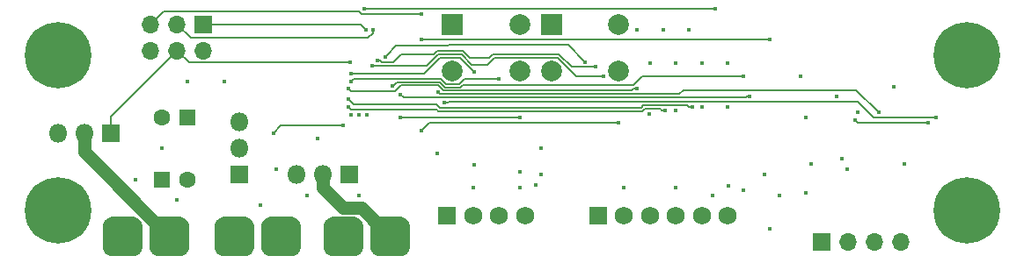
<source format=gbr>
G04 #@! TF.GenerationSoftware,KiCad,Pcbnew,(5.0.1-3-g963ef8bb5)*
G04 #@! TF.CreationDate,2020-07-12T22:57:35-05:00*
G04 #@! TF.ProjectId,SmartNerfBlaster,536D6172744E657266426C6173746572,v1*
G04 #@! TF.SameCoordinates,Original*
G04 #@! TF.FileFunction,Copper,L2,Inr,Signal*
G04 #@! TF.FilePolarity,Positive*
%FSLAX46Y46*%
G04 Gerber Fmt 4.6, Leading zero omitted, Abs format (unit mm)*
G04 Created by KiCad (PCBNEW (5.0.1-3-g963ef8bb5)) date Sunday, July 12, 2020 at 10:57:35 PM*
%MOMM*%
%LPD*%
G01*
G04 APERTURE LIST*
G04 #@! TA.AperFunction,Conductor*
%ADD10C,0.100000*%
G04 #@! TD*
G04 #@! TA.AperFunction,ViaPad*
%ADD11C,3.810000*%
G04 #@! TD*
G04 #@! TA.AperFunction,ViaPad*
%ADD12C,6.400000*%
G04 #@! TD*
G04 #@! TA.AperFunction,ViaPad*
%ADD13C,1.600000*%
G04 #@! TD*
G04 #@! TA.AperFunction,ViaPad*
%ADD14R,1.600000X1.600000*%
G04 #@! TD*
G04 #@! TA.AperFunction,ViaPad*
%ADD15C,1.750000*%
G04 #@! TD*
G04 #@! TA.AperFunction,ViaPad*
%ADD16R,1.750000X1.750000*%
G04 #@! TD*
G04 #@! TA.AperFunction,ViaPad*
%ADD17R,1.800000X1.800000*%
G04 #@! TD*
G04 #@! TA.AperFunction,ViaPad*
%ADD18O,1.800000X1.800000*%
G04 #@! TD*
G04 #@! TA.AperFunction,ViaPad*
%ADD19C,2.000000*%
G04 #@! TD*
G04 #@! TA.AperFunction,ViaPad*
%ADD20R,2.000000X2.000000*%
G04 #@! TD*
G04 #@! TA.AperFunction,ViaPad*
%ADD21O,1.700000X1.700000*%
G04 #@! TD*
G04 #@! TA.AperFunction,ViaPad*
%ADD22R,1.700000X1.700000*%
G04 #@! TD*
G04 #@! TA.AperFunction,ViaPad*
%ADD23C,0.450000*%
G04 #@! TD*
G04 #@! TA.AperFunction,Conductor*
%ADD24C,0.127000*%
G04 #@! TD*
G04 #@! TA.AperFunction,Conductor*
%ADD25C,1.270000*%
G04 #@! TD*
G04 APERTURE END LIST*
D10*
G04 #@! TO.N,/Pusher_Power*
G04 #@! TO.C,J4*
G36*
X153045861Y-90599587D02*
X153138324Y-90613302D01*
X153228996Y-90636014D01*
X153317006Y-90667505D01*
X153401505Y-90707470D01*
X153481681Y-90755525D01*
X153556760Y-90811208D01*
X153626019Y-90873981D01*
X153688792Y-90943240D01*
X153744475Y-91018319D01*
X153792530Y-91098495D01*
X153832495Y-91182994D01*
X153863986Y-91271004D01*
X153886698Y-91361676D01*
X153900413Y-91454139D01*
X153905000Y-91547500D01*
X153905000Y-93452500D01*
X153900413Y-93545861D01*
X153886698Y-93638324D01*
X153863986Y-93728996D01*
X153832495Y-93817006D01*
X153792530Y-93901505D01*
X153744475Y-93981681D01*
X153688792Y-94056760D01*
X153626019Y-94126019D01*
X153556760Y-94188792D01*
X153481681Y-94244475D01*
X153401505Y-94292530D01*
X153317006Y-94332495D01*
X153228996Y-94363986D01*
X153138324Y-94386698D01*
X153045861Y-94400413D01*
X152952500Y-94405000D01*
X151047500Y-94405000D01*
X150954139Y-94400413D01*
X150861676Y-94386698D01*
X150771004Y-94363986D01*
X150682994Y-94332495D01*
X150598495Y-94292530D01*
X150518319Y-94244475D01*
X150443240Y-94188792D01*
X150373981Y-94126019D01*
X150311208Y-94056760D01*
X150255525Y-93981681D01*
X150207470Y-93901505D01*
X150167505Y-93817006D01*
X150136014Y-93728996D01*
X150113302Y-93638324D01*
X150099587Y-93545861D01*
X150095000Y-93452500D01*
X150095000Y-91547500D01*
X150099587Y-91454139D01*
X150113302Y-91361676D01*
X150136014Y-91271004D01*
X150167505Y-91182994D01*
X150207470Y-91098495D01*
X150255525Y-91018319D01*
X150311208Y-90943240D01*
X150373981Y-90873981D01*
X150443240Y-90811208D01*
X150518319Y-90755525D01*
X150598495Y-90707470D01*
X150682994Y-90667505D01*
X150771004Y-90636014D01*
X150861676Y-90613302D01*
X150954139Y-90599587D01*
X151047500Y-90595000D01*
X152952500Y-90595000D01*
X153045861Y-90599587D01*
X153045861Y-90599587D01*
G37*
D11*
X152000000Y-92500000D03*
D10*
G04 #@! TO.N,+BATT*
G36*
X148545861Y-90599587D02*
X148638324Y-90613302D01*
X148728996Y-90636014D01*
X148817006Y-90667505D01*
X148901505Y-90707470D01*
X148981681Y-90755525D01*
X149056760Y-90811208D01*
X149126019Y-90873981D01*
X149188792Y-90943240D01*
X149244475Y-91018319D01*
X149292530Y-91098495D01*
X149332495Y-91182994D01*
X149363986Y-91271004D01*
X149386698Y-91361676D01*
X149400413Y-91454139D01*
X149405000Y-91547500D01*
X149405000Y-93452500D01*
X149400413Y-93545861D01*
X149386698Y-93638324D01*
X149363986Y-93728996D01*
X149332495Y-93817006D01*
X149292530Y-93901505D01*
X149244475Y-93981681D01*
X149188792Y-94056760D01*
X149126019Y-94126019D01*
X149056760Y-94188792D01*
X148981681Y-94244475D01*
X148901505Y-94292530D01*
X148817006Y-94332495D01*
X148728996Y-94363986D01*
X148638324Y-94386698D01*
X148545861Y-94400413D01*
X148452500Y-94405000D01*
X146547500Y-94405000D01*
X146454139Y-94400413D01*
X146361676Y-94386698D01*
X146271004Y-94363986D01*
X146182994Y-94332495D01*
X146098495Y-94292530D01*
X146018319Y-94244475D01*
X145943240Y-94188792D01*
X145873981Y-94126019D01*
X145811208Y-94056760D01*
X145755525Y-93981681D01*
X145707470Y-93901505D01*
X145667505Y-93817006D01*
X145636014Y-93728996D01*
X145613302Y-93638324D01*
X145599587Y-93545861D01*
X145595000Y-93452500D01*
X145595000Y-91547500D01*
X145599587Y-91454139D01*
X145613302Y-91361676D01*
X145636014Y-91271004D01*
X145667505Y-91182994D01*
X145707470Y-91098495D01*
X145755525Y-91018319D01*
X145811208Y-90943240D01*
X145873981Y-90873981D01*
X145943240Y-90811208D01*
X146018319Y-90755525D01*
X146098495Y-90707470D01*
X146182994Y-90667505D01*
X146271004Y-90636014D01*
X146361676Y-90613302D01*
X146454139Y-90599587D01*
X146547500Y-90595000D01*
X148452500Y-90595000D01*
X148545861Y-90599587D01*
X148545861Y-90599587D01*
G37*
D11*
X147500000Y-92500000D03*
G04 #@! TD*
D10*
G04 #@! TO.N,GND*
G04 #@! TO.C,J1*
G36*
X142545861Y-90599587D02*
X142638324Y-90613302D01*
X142728996Y-90636014D01*
X142817006Y-90667505D01*
X142901505Y-90707470D01*
X142981681Y-90755525D01*
X143056760Y-90811208D01*
X143126019Y-90873981D01*
X143188792Y-90943240D01*
X143244475Y-91018319D01*
X143292530Y-91098495D01*
X143332495Y-91182994D01*
X143363986Y-91271004D01*
X143386698Y-91361676D01*
X143400413Y-91454139D01*
X143405000Y-91547500D01*
X143405000Y-93452500D01*
X143400413Y-93545861D01*
X143386698Y-93638324D01*
X143363986Y-93728996D01*
X143332495Y-93817006D01*
X143292530Y-93901505D01*
X143244475Y-93981681D01*
X143188792Y-94056760D01*
X143126019Y-94126019D01*
X143056760Y-94188792D01*
X142981681Y-94244475D01*
X142901505Y-94292530D01*
X142817006Y-94332495D01*
X142728996Y-94363986D01*
X142638324Y-94386698D01*
X142545861Y-94400413D01*
X142452500Y-94405000D01*
X140547500Y-94405000D01*
X140454139Y-94400413D01*
X140361676Y-94386698D01*
X140271004Y-94363986D01*
X140182994Y-94332495D01*
X140098495Y-94292530D01*
X140018319Y-94244475D01*
X139943240Y-94188792D01*
X139873981Y-94126019D01*
X139811208Y-94056760D01*
X139755525Y-93981681D01*
X139707470Y-93901505D01*
X139667505Y-93817006D01*
X139636014Y-93728996D01*
X139613302Y-93638324D01*
X139599587Y-93545861D01*
X139595000Y-93452500D01*
X139595000Y-91547500D01*
X139599587Y-91454139D01*
X139613302Y-91361676D01*
X139636014Y-91271004D01*
X139667505Y-91182994D01*
X139707470Y-91098495D01*
X139755525Y-91018319D01*
X139811208Y-90943240D01*
X139873981Y-90873981D01*
X139943240Y-90811208D01*
X140018319Y-90755525D01*
X140098495Y-90707470D01*
X140182994Y-90667505D01*
X140271004Y-90636014D01*
X140361676Y-90613302D01*
X140454139Y-90599587D01*
X140547500Y-90595000D01*
X142452500Y-90595000D01*
X142545861Y-90599587D01*
X142545861Y-90599587D01*
G37*
D11*
X141500000Y-92500000D03*
D10*
G04 #@! TO.N,+BATT*
G36*
X138045861Y-90599587D02*
X138138324Y-90613302D01*
X138228996Y-90636014D01*
X138317006Y-90667505D01*
X138401505Y-90707470D01*
X138481681Y-90755525D01*
X138556760Y-90811208D01*
X138626019Y-90873981D01*
X138688792Y-90943240D01*
X138744475Y-91018319D01*
X138792530Y-91098495D01*
X138832495Y-91182994D01*
X138863986Y-91271004D01*
X138886698Y-91361676D01*
X138900413Y-91454139D01*
X138905000Y-91547500D01*
X138905000Y-93452500D01*
X138900413Y-93545861D01*
X138886698Y-93638324D01*
X138863986Y-93728996D01*
X138832495Y-93817006D01*
X138792530Y-93901505D01*
X138744475Y-93981681D01*
X138688792Y-94056760D01*
X138626019Y-94126019D01*
X138556760Y-94188792D01*
X138481681Y-94244475D01*
X138401505Y-94292530D01*
X138317006Y-94332495D01*
X138228996Y-94363986D01*
X138138324Y-94386698D01*
X138045861Y-94400413D01*
X137952500Y-94405000D01*
X136047500Y-94405000D01*
X135954139Y-94400413D01*
X135861676Y-94386698D01*
X135771004Y-94363986D01*
X135682994Y-94332495D01*
X135598495Y-94292530D01*
X135518319Y-94244475D01*
X135443240Y-94188792D01*
X135373981Y-94126019D01*
X135311208Y-94056760D01*
X135255525Y-93981681D01*
X135207470Y-93901505D01*
X135167505Y-93817006D01*
X135136014Y-93728996D01*
X135113302Y-93638324D01*
X135099587Y-93545861D01*
X135095000Y-93452500D01*
X135095000Y-91547500D01*
X135099587Y-91454139D01*
X135113302Y-91361676D01*
X135136014Y-91271004D01*
X135167505Y-91182994D01*
X135207470Y-91098495D01*
X135255525Y-91018319D01*
X135311208Y-90943240D01*
X135373981Y-90873981D01*
X135443240Y-90811208D01*
X135518319Y-90755525D01*
X135598495Y-90707470D01*
X135682994Y-90667505D01*
X135771004Y-90636014D01*
X135861676Y-90613302D01*
X135954139Y-90599587D01*
X136047500Y-90595000D01*
X137952500Y-90595000D01*
X138045861Y-90599587D01*
X138045861Y-90599587D01*
G37*
D11*
X137000000Y-92500000D03*
G04 #@! TD*
D10*
G04 #@! TO.N,/Flywheel_Power*
G04 #@! TO.C,J5*
G36*
X131795861Y-90599587D02*
X131888324Y-90613302D01*
X131978996Y-90636014D01*
X132067006Y-90667505D01*
X132151505Y-90707470D01*
X132231681Y-90755525D01*
X132306760Y-90811208D01*
X132376019Y-90873981D01*
X132438792Y-90943240D01*
X132494475Y-91018319D01*
X132542530Y-91098495D01*
X132582495Y-91182994D01*
X132613986Y-91271004D01*
X132636698Y-91361676D01*
X132650413Y-91454139D01*
X132655000Y-91547500D01*
X132655000Y-93452500D01*
X132650413Y-93545861D01*
X132636698Y-93638324D01*
X132613986Y-93728996D01*
X132582495Y-93817006D01*
X132542530Y-93901505D01*
X132494475Y-93981681D01*
X132438792Y-94056760D01*
X132376019Y-94126019D01*
X132306760Y-94188792D01*
X132231681Y-94244475D01*
X132151505Y-94292530D01*
X132067006Y-94332495D01*
X131978996Y-94363986D01*
X131888324Y-94386698D01*
X131795861Y-94400413D01*
X131702500Y-94405000D01*
X129797500Y-94405000D01*
X129704139Y-94400413D01*
X129611676Y-94386698D01*
X129521004Y-94363986D01*
X129432994Y-94332495D01*
X129348495Y-94292530D01*
X129268319Y-94244475D01*
X129193240Y-94188792D01*
X129123981Y-94126019D01*
X129061208Y-94056760D01*
X129005525Y-93981681D01*
X128957470Y-93901505D01*
X128917505Y-93817006D01*
X128886014Y-93728996D01*
X128863302Y-93638324D01*
X128849587Y-93545861D01*
X128845000Y-93452500D01*
X128845000Y-91547500D01*
X128849587Y-91454139D01*
X128863302Y-91361676D01*
X128886014Y-91271004D01*
X128917505Y-91182994D01*
X128957470Y-91098495D01*
X129005525Y-91018319D01*
X129061208Y-90943240D01*
X129123981Y-90873981D01*
X129193240Y-90811208D01*
X129268319Y-90755525D01*
X129348495Y-90707470D01*
X129432994Y-90667505D01*
X129521004Y-90636014D01*
X129611676Y-90613302D01*
X129704139Y-90599587D01*
X129797500Y-90595000D01*
X131702500Y-90595000D01*
X131795861Y-90599587D01*
X131795861Y-90599587D01*
G37*
D11*
X130750000Y-92500000D03*
D10*
G04 #@! TO.N,+BATT*
G36*
X127295861Y-90599587D02*
X127388324Y-90613302D01*
X127478996Y-90636014D01*
X127567006Y-90667505D01*
X127651505Y-90707470D01*
X127731681Y-90755525D01*
X127806760Y-90811208D01*
X127876019Y-90873981D01*
X127938792Y-90943240D01*
X127994475Y-91018319D01*
X128042530Y-91098495D01*
X128082495Y-91182994D01*
X128113986Y-91271004D01*
X128136698Y-91361676D01*
X128150413Y-91454139D01*
X128155000Y-91547500D01*
X128155000Y-93452500D01*
X128150413Y-93545861D01*
X128136698Y-93638324D01*
X128113986Y-93728996D01*
X128082495Y-93817006D01*
X128042530Y-93901505D01*
X127994475Y-93981681D01*
X127938792Y-94056760D01*
X127876019Y-94126019D01*
X127806760Y-94188792D01*
X127731681Y-94244475D01*
X127651505Y-94292530D01*
X127567006Y-94332495D01*
X127478996Y-94363986D01*
X127388324Y-94386698D01*
X127295861Y-94400413D01*
X127202500Y-94405000D01*
X125297500Y-94405000D01*
X125204139Y-94400413D01*
X125111676Y-94386698D01*
X125021004Y-94363986D01*
X124932994Y-94332495D01*
X124848495Y-94292530D01*
X124768319Y-94244475D01*
X124693240Y-94188792D01*
X124623981Y-94126019D01*
X124561208Y-94056760D01*
X124505525Y-93981681D01*
X124457470Y-93901505D01*
X124417505Y-93817006D01*
X124386014Y-93728996D01*
X124363302Y-93638324D01*
X124349587Y-93545861D01*
X124345000Y-93452500D01*
X124345000Y-91547500D01*
X124349587Y-91454139D01*
X124363302Y-91361676D01*
X124386014Y-91271004D01*
X124417505Y-91182994D01*
X124457470Y-91098495D01*
X124505525Y-91018319D01*
X124561208Y-90943240D01*
X124623981Y-90873981D01*
X124693240Y-90811208D01*
X124768319Y-90755525D01*
X124848495Y-90707470D01*
X124932994Y-90667505D01*
X125021004Y-90636014D01*
X125111676Y-90613302D01*
X125204139Y-90599587D01*
X125297500Y-90595000D01*
X127202500Y-90595000D01*
X127295861Y-90599587D01*
X127295861Y-90599587D01*
G37*
D11*
X126250000Y-92500000D03*
G04 #@! TD*
D12*
G04 #@! TO.N,GND*
G04 #@! TO.C,H1*
X120000000Y-75000000D03*
G04 #@! TD*
D13*
G04 #@! TO.N,GND*
G04 #@! TO.C,C1*
X132500000Y-87000000D03*
D14*
G04 #@! TO.N,+BATT*
X130000000Y-87000000D03*
G04 #@! TD*
G04 #@! TO.N,+5V*
G04 #@! TO.C,C2*
X132500000Y-81000000D03*
D13*
G04 #@! TO.N,GND*
X130000000Y-81000000D03*
G04 #@! TD*
D15*
G04 #@! TO.N,/Pusher_Reset*
G04 #@! TO.C,J2*
X184500000Y-90500000D03*
G04 #@! TO.N,GND*
X182000000Y-90500000D03*
G04 #@! TO.N,/Flywheel_Button*
X179500000Y-90500000D03*
G04 #@! TO.N,GND*
X177000000Y-90500000D03*
G04 #@! TO.N,/Trigger*
X174500000Y-90500000D03*
D16*
G04 #@! TO.N,GND*
X172000000Y-90500000D03*
G04 #@! TD*
D15*
G04 #@! TO.N,/Magazine*
G04 #@! TO.C,J3*
X165000000Y-90500000D03*
G04 #@! TO.N,GND*
X162500000Y-90500000D03*
G04 #@! TO.N,/Door*
X160000000Y-90500000D03*
D16*
G04 #@! TO.N,GND*
X157500000Y-90500000D03*
G04 #@! TD*
D17*
G04 #@! TO.N,/Pusher*
G04 #@! TO.C,Q1*
X148040000Y-86500000D03*
D18*
G04 #@! TO.N,/Pusher_Power*
X145500000Y-86500000D03*
G04 #@! TO.N,GND*
X142960000Y-86500000D03*
G04 #@! TD*
G04 #@! TO.N,GND*
G04 #@! TO.C,Q2*
X120000000Y-82500000D03*
G04 #@! TO.N,/Flywheel_Power*
X122540000Y-82500000D03*
D17*
G04 #@! TO.N,/Flywheel*
X125080000Y-82500000D03*
G04 #@! TD*
D18*
G04 #@! TO.N,+5V*
G04 #@! TO.C,U1*
X137500000Y-81460000D03*
G04 #@! TO.N,GND*
X137500000Y-84000000D03*
D17*
G04 #@! TO.N,+BATT*
X137500000Y-86540000D03*
G04 #@! TD*
D19*
G04 #@! TO.N,/Fire_Select*
G04 #@! TO.C,SW1*
X164500000Y-76500000D03*
G04 #@! TO.N,Net-(R12-Pad2)*
X158000000Y-76500000D03*
G04 #@! TO.N,GND*
X164500000Y-72000000D03*
D20*
X158000000Y-72000000D03*
G04 #@! TD*
G04 #@! TO.N,GND*
G04 #@! TO.C,SW2*
X167500000Y-72000000D03*
D19*
X174000000Y-72000000D03*
G04 #@! TO.N,Net-(R13-Pad2)*
X167500000Y-76500000D03*
G04 #@! TO.N,/Safety_Select*
X174000000Y-76500000D03*
G04 #@! TD*
D21*
G04 #@! TO.N,GND*
G04 #@! TO.C,J6*
X128960000Y-74540000D03*
G04 #@! TO.N,/Reset*
X128960000Y-72000000D03*
G04 #@! TO.N,/Flywheel*
X131500000Y-74540000D03*
G04 #@! TO.N,Net-(J6-Pad3)*
X131500000Y-72000000D03*
G04 #@! TO.N,+5V*
X134040000Y-74540000D03*
D22*
G04 #@! TO.N,/LED4*
X134040000Y-72000000D03*
G04 #@! TD*
D12*
G04 #@! TO.N,GND*
G04 #@! TO.C,H2*
X207500000Y-75000000D03*
G04 #@! TD*
G04 #@! TO.N,GND*
G04 #@! TO.C,H3*
X120000000Y-90000000D03*
G04 #@! TD*
G04 #@! TO.N,GND*
G04 #@! TO.C,H4*
X207500000Y-90000000D03*
G04 #@! TD*
D21*
G04 #@! TO.N,/SDA*
G04 #@! TO.C,J8*
X201120000Y-93000000D03*
G04 #@! TO.N,/SCL*
X198580000Y-93000000D03*
G04 #@! TO.N,GND*
X196040000Y-93000000D03*
D22*
G04 #@! TO.N,+5V*
X193500000Y-93000000D03*
G04 #@! TD*
D23*
G04 #@! TO.N,GND*
X192500000Y-85500000D03*
X196000000Y-86000000D03*
X183000000Y-88500000D03*
X186000000Y-88000000D03*
X166500000Y-84000000D03*
X166000000Y-87500000D03*
X141000000Y-86000000D03*
X145000000Y-83000000D03*
X136000000Y-77500000D03*
X132500000Y-77500000D03*
X131500000Y-89000000D03*
X127500000Y-87000000D03*
X139500000Y-89500000D03*
X144000000Y-88500000D03*
X149000000Y-88500000D03*
X130000000Y-84000000D03*
X197000000Y-80500000D03*
X200500000Y-78000000D03*
X195000000Y-79000000D03*
X192000000Y-81000000D03*
X189500000Y-88500000D03*
X188000000Y-86500000D03*
X201500000Y-85500000D03*
X195500000Y-85000000D03*
G04 #@! TO.N,/Pusher_Reset*
X172500000Y-77000000D03*
X150250000Y-76000000D03*
X184560418Y-87650152D03*
G04 #@! TO.N,/Flywheel_Button*
X179500000Y-87750000D03*
X171750000Y-76119982D03*
X150750000Y-75511490D03*
G04 #@! TO.N,/Trigger*
X174500000Y-87750000D03*
X170750000Y-75631472D03*
X151500000Y-75184479D03*
G04 #@! TO.N,/Magazine*
X164500000Y-87750000D03*
X162500000Y-77250000D03*
X148250000Y-77500000D03*
X164500000Y-86221010D03*
G04 #@! TO.N,/Door*
X160000000Y-87750000D03*
X148250000Y-76750000D03*
X160069936Y-85569936D03*
X160069936Y-76569936D03*
G04 #@! TO.N,/Reset*
X188500000Y-91750000D03*
X155000000Y-73500000D03*
X188500000Y-73500000D03*
X155000000Y-70988510D03*
G04 #@! TO.N,/Flywheel*
X148153501Y-75653501D03*
X148250000Y-80750000D03*
G04 #@! TO.N,Net-(J6-Pad3)*
X149750000Y-80750000D03*
X150329021Y-72525000D03*
G04 #@! TO.N,/Pusher*
X147500000Y-81750000D03*
X140750000Y-82500000D03*
G04 #@! TO.N,/LED1*
X180750000Y-72500000D03*
X148000000Y-79250000D03*
X181066919Y-79988510D03*
G04 #@! TO.N,Net-(D1-Pad1)*
X182000000Y-80000000D03*
X182000000Y-75750000D03*
G04 #@! TO.N,Net-(D2-Pad1)*
X179500000Y-75750000D03*
X179500000Y-80315521D03*
G04 #@! TO.N,/LED2*
X178250000Y-72500000D03*
X148000000Y-80000000D03*
X178476049Y-80315521D03*
G04 #@! TO.N,/LED3*
X175750000Y-72500000D03*
X175750000Y-78250000D03*
X148000000Y-78250000D03*
G04 #@! TO.N,Net-(D3-Pad1)*
X177000000Y-75750000D03*
X176959308Y-80642532D03*
G04 #@! TO.N,Net-(R12-Pad2)*
X156500000Y-84500000D03*
G04 #@! TO.N,Net-(R13-Pad2)*
X166500000Y-86500000D03*
G04 #@! TO.N,/Fire_Select*
X164500000Y-81000000D03*
X153000000Y-81000000D03*
G04 #@! TO.N,/Safety_Select*
X174000000Y-81500000D03*
X155000000Y-82250000D03*
G04 #@! TO.N,Net-(C8-Pad1)*
X196750000Y-81250000D03*
X203750000Y-81488510D03*
G04 #@! TO.N,/LED4*
X149000000Y-80750000D03*
X183250000Y-70500000D03*
X149500000Y-70500000D03*
X149679010Y-72524995D03*
G04 #@! TO.N,Net-(D4-Pad1)*
X184500000Y-80000000D03*
X184500000Y-75750000D03*
G04 #@! TO.N,/SDA*
X157250000Y-79560055D03*
X204500000Y-81000000D03*
G04 #@! TO.N,/SCL*
X199000000Y-80500000D03*
X156575643Y-78561409D03*
G04 #@! TO.N,/RX*
X153005881Y-78763528D03*
X186596845Y-79011490D03*
G04 #@! TO.N,/TX*
X186000000Y-77000000D03*
X152250000Y-77988510D03*
G04 #@! TO.N,Net-(R15-Pad2)*
X192000000Y-88250000D03*
X191500000Y-77000000D03*
G04 #@! TD*
D24*
G04 #@! TO.N,/Pusher_Reset*
X158871951Y-74909488D02*
X156628049Y-74909488D01*
X150568198Y-76000000D02*
X150250000Y-76000000D01*
X172500000Y-77000000D02*
X169869982Y-77000000D01*
X169869982Y-77000000D02*
X168106481Y-75236499D01*
X168106481Y-75236499D02*
X162013501Y-75236499D01*
X162013501Y-75236499D02*
X161356481Y-75893519D01*
X161356481Y-75893519D02*
X159855981Y-75893519D01*
X155537537Y-76000000D02*
X150568198Y-76000000D01*
X159855981Y-75893519D02*
X158871951Y-74909488D01*
X156628049Y-74909488D02*
X155537537Y-76000000D01*
G04 #@! TO.N,/Flywheel_Button*
X161551039Y-75236499D02*
X159661423Y-75236499D01*
X171750000Y-76119982D02*
X169452427Y-76119982D01*
X151068198Y-75511490D02*
X150750000Y-75511490D01*
X159661423Y-75236499D02*
X159007403Y-74582477D01*
X151229697Y-75672989D02*
X151068198Y-75511490D01*
X168241933Y-74909488D02*
X161878049Y-74909488D01*
X161878049Y-74909488D02*
X161551039Y-75236499D01*
X159007403Y-74582477D02*
X156492596Y-74582478D01*
X156492596Y-74582478D02*
X156165587Y-74909488D01*
X156165587Y-74909488D02*
X153090512Y-74909488D01*
X153090512Y-74909488D02*
X152327011Y-75672989D01*
X169452427Y-76119982D02*
X168241933Y-74909488D01*
X152327011Y-75672989D02*
X151229697Y-75672989D01*
G04 #@! TO.N,/Trigger*
X152588500Y-74095979D02*
X151724999Y-74959480D01*
X157593644Y-74018967D02*
X157516632Y-74095979D01*
X170750000Y-75631472D02*
X169137496Y-74018968D01*
X169137496Y-74018968D02*
X157593644Y-74018967D01*
X151724999Y-74959480D02*
X151500000Y-75184479D01*
X157516632Y-74095979D02*
X152588500Y-74095979D01*
G04 #@! TO.N,/Magazine*
X156887495Y-77257477D02*
X148492523Y-77257477D01*
X162500000Y-77250000D02*
X159119982Y-77250000D01*
X157393519Y-77763501D02*
X156887495Y-77257477D01*
X148474999Y-77275001D02*
X148250000Y-77500000D01*
X158606481Y-77763501D02*
X157393519Y-77763501D01*
X159119982Y-77250000D02*
X158606481Y-77763501D01*
X148492523Y-77257477D02*
X148474999Y-77275001D01*
G04 #@! TO.N,/Door*
X160069936Y-76569936D02*
X158736499Y-75236499D01*
X158736499Y-75236499D02*
X156763501Y-75236499D01*
X155250000Y-76750000D02*
X148250000Y-76750000D01*
X156763501Y-75236499D02*
X155250000Y-76750000D01*
D25*
G04 #@! TO.N,/Pusher_Power*
X145500000Y-87772792D02*
X145500000Y-86500000D01*
X147487198Y-89759990D02*
X145500000Y-87772792D01*
X149259990Y-89759990D02*
X147487198Y-89759990D01*
X152000000Y-92500000D02*
X149259990Y-89759990D01*
G04 #@! TO.N,/Flywheel_Power*
X122540000Y-84290000D02*
X130750000Y-92500000D01*
X122540000Y-82500000D02*
X122540000Y-84290000D01*
D24*
G04 #@! TO.N,/Reset*
X188500000Y-73500000D02*
X155000000Y-73500000D01*
X130210000Y-70750000D02*
X149027016Y-70750000D01*
X149027016Y-70750000D02*
X149265526Y-70988510D01*
X128960000Y-72000000D02*
X130210000Y-70750000D01*
X154681802Y-70988510D02*
X155000000Y-70988510D01*
X149265526Y-70988510D02*
X154681802Y-70988510D01*
G04 #@! TO.N,/Flywheel*
X125080000Y-80960000D02*
X131500000Y-74540000D01*
X125080000Y-82500000D02*
X125080000Y-80960000D01*
X132613501Y-75653501D02*
X148153501Y-75653501D01*
X131500000Y-74540000D02*
X132613501Y-75653501D01*
G04 #@! TO.N,Net-(J6-Pad3)*
X132840521Y-73340521D02*
X149831698Y-73340521D01*
X131500000Y-72000000D02*
X132840521Y-73340521D01*
X149831698Y-73340521D02*
X150329021Y-72843198D01*
X150329021Y-72843198D02*
X150329021Y-72525000D01*
G04 #@! TO.N,/Pusher*
X147500000Y-81750000D02*
X141500000Y-81750000D01*
X141500000Y-81750000D02*
X140750000Y-82500000D01*
G04 #@! TO.N,/LED1*
X176385452Y-79827011D02*
X180587222Y-79827011D01*
X176163907Y-80048556D02*
X176385452Y-79827011D01*
X156449994Y-79721545D02*
X156777005Y-80048556D01*
X180748721Y-79988510D02*
X181066919Y-79988510D01*
X156777005Y-80048556D02*
X176163907Y-80048556D01*
X148000000Y-79250000D02*
X148471545Y-79721545D01*
X148471545Y-79721545D02*
X156449994Y-79721545D01*
X180587222Y-79827011D02*
X180748721Y-79988510D01*
G04 #@! TO.N,/LED2*
X156490985Y-80224999D02*
X156641553Y-80375567D01*
X148224999Y-80224999D02*
X156490985Y-80224999D01*
X178157851Y-80315521D02*
X178476049Y-80315521D01*
X176299359Y-80375567D02*
X176520904Y-80154022D01*
X176520904Y-80154022D02*
X177996352Y-80154022D01*
X177996352Y-80154022D02*
X178157851Y-80315521D01*
X148000000Y-80000000D02*
X148224999Y-80224999D01*
X156641553Y-80375567D02*
X176299359Y-80375567D01*
G04 #@! TO.N,/LED3*
X152484482Y-78477012D02*
X148227012Y-78477012D01*
X148224999Y-78474999D02*
X148000000Y-78250000D01*
X148227012Y-78477012D02*
X148224999Y-78474999D01*
X175750000Y-78250000D02*
X175431802Y-78250000D01*
X153049995Y-77911499D02*
X152484482Y-78477012D01*
X175431802Y-78250000D02*
X175264279Y-78417523D01*
X175264279Y-78417523D02*
X157122615Y-78417523D01*
X156616591Y-77911499D02*
X153049995Y-77911499D01*
X157122615Y-78417523D02*
X156616591Y-77911499D01*
G04 #@! TO.N,/Fire_Select*
X164500000Y-81000000D02*
X153000000Y-81000000D01*
G04 #@! TO.N,/Safety_Select*
X155750000Y-81500000D02*
X155000000Y-82250000D01*
X174000000Y-81500000D02*
X155750000Y-81500000D01*
G04 #@! TO.N,Net-(C8-Pad1)*
X196750000Y-81250000D02*
X196988510Y-81488510D01*
X196988510Y-81488510D02*
X203431802Y-81488510D01*
X203431802Y-81488510D02*
X203750000Y-81488510D01*
G04 #@! TO.N,/LED4*
X183250000Y-70500000D02*
X149500000Y-70500000D01*
X134040000Y-72000000D02*
X149154015Y-72000000D01*
X149154015Y-72000000D02*
X149454011Y-72299996D01*
X149454011Y-72299996D02*
X149679010Y-72524995D01*
G04 #@! TO.N,/SDA*
X157568198Y-79560055D02*
X157628253Y-79500000D01*
X157250000Y-79560055D02*
X157568198Y-79560055D01*
X157628253Y-79500000D02*
X180000000Y-79500000D01*
X180000000Y-79500000D02*
X197000000Y-79500000D01*
X197000000Y-79500000D02*
X198500000Y-81000000D01*
X198500000Y-81000000D02*
X204500000Y-81000000D01*
G04 #@! TO.N,/SCL*
X199000000Y-80500000D02*
X196845979Y-78345979D01*
X196845979Y-78345979D02*
X180229096Y-78345979D01*
X179830541Y-78744534D02*
X156758768Y-78744534D01*
X156758768Y-78744534D02*
X156575643Y-78561409D01*
X180229096Y-78345979D02*
X179830541Y-78744534D01*
G04 #@! TO.N,/RX*
X153313898Y-79071545D02*
X186218592Y-79071545D01*
X153005881Y-78763528D02*
X153313898Y-79071545D01*
X186218592Y-79071545D02*
X186278647Y-79011490D01*
X186278647Y-79011490D02*
X186596845Y-79011490D01*
G04 #@! TO.N,/TX*
X152654022Y-77584488D02*
X152474999Y-77763511D01*
X175431039Y-77845979D02*
X158986466Y-77845979D01*
X158986466Y-77845979D02*
X158741933Y-78090512D01*
X176277018Y-77000000D02*
X175431039Y-77845979D01*
X156752043Y-77584488D02*
X152654022Y-77584488D01*
X152474999Y-77763511D02*
X152250000Y-77988510D01*
X158741933Y-78090512D02*
X157258067Y-78090512D01*
X186000000Y-77000000D02*
X176277018Y-77000000D01*
X157258067Y-78090512D02*
X156752043Y-77584488D01*
G04 #@! TD*
M02*

</source>
